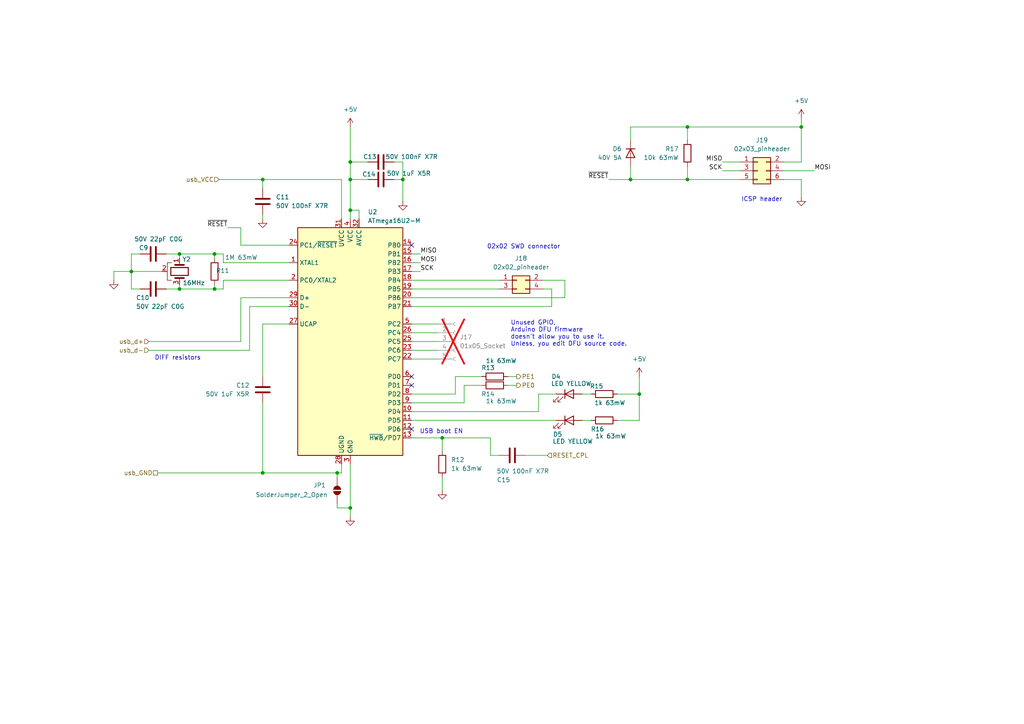
<source format=kicad_sch>
(kicad_sch (version 20250114) (generator "eeschema") (generator_version "9.0")
  (paper "A4")
  (title_block (title "Fontys adaptive robotics AGV platform.") (date "2025-03-01") (rev "V1.0") (company "Mete Han Keskin") (comment 1 "MIT License. Copyright (c) 2025 kestech.net"))
  (lib_symbols
    (symbol "Connector:Conn_01x05_Socket" (pin_names (offset 1.016) (hide yes))
      (property "Reference" "J" (at 0 7.62 0))
      (property "Value" "Conn_01x05_Socket" (at 0 -7.62 0))
      (symbol "Conn_01x05_Socket_1_1"
        (polyline (pts (xy -1.27 5.08) (xy -0.508 5.08)) (stroke (width 0.1524)))
        (polyline (pts (xy -1.27 2.54) (xy -0.508 2.54)) (stroke (width 0.1524)))
        (polyline (pts (xy -1.27 0) (xy -0.508 0)) (stroke (width 0.1524)))
        (polyline (pts (xy -1.27 -2.54) (xy -0.508 -2.54)) (stroke (width 0.1524)))
        (polyline (pts (xy -1.27 -5.08) (xy -0.508 -5.08)) (stroke (width 0.1524)))
        (arc (start 0 4.572) (mid -0.5058 5.08) (end 0 5.588) (stroke (width 0.1524)))
        (arc (start 0 2.032) (mid -0.5058 2.54) (end 0 3.048) (stroke (width 0.1524)))
        (arc (start 0 -0.508) (mid -0.5058 0) (end 0 0.508) (stroke (width 0.1524)))
        (arc (start 0 -3.048) (mid -0.5058 -2.54) (end 0 -2.032) (stroke (width 0.1524)))
        (arc (start 0 -5.588) (mid -0.5058 -5.08) (end 0 -4.572) (stroke (width 0.1524)))
        (pin passive line (at -5.08 5.08 0) (length 3.81) (name "Pin_1") (number "1"))
        (pin passive line (at -5.08 2.54 0) (length 3.81) (name "Pin_2") (number "2"))
        (pin passive line (at -5.08 0 0) (length 3.81) (name "Pin_3") (number "3"))
        (pin passive line (at -5.08 -2.54 0) (length 3.81) (name "Pin_4") (number "4"))
        (pin passive line (at -5.08 -5.08 0) (length 3.81) (name "Pin_5") (number "5"))
      )
    )
    (symbol "Connector_Generic:Conn_02x02_Odd_Even" (pin_names (offset 1.016) (hide yes))
      (property "Reference" "J" (at 1.27 2.54 0))
      (property "Value" "Conn_02x02_Odd_Even" (at 1.27 -5.08 0))
      (symbol "Conn_02x02_Odd_Even_1_1"
        (rectangle (start -1.27 1.27) (end 3.81 -3.81) (stroke (width 0.254)) (fill (type background)))
        (rectangle (start -1.27 0.127) (end 0 -0.127) (stroke (width 0.1524)))
        (rectangle (start -1.27 -2.413) (end 0 -2.667) (stroke (width 0.1524)))
        (rectangle (start 3.81 0.127) (end 2.54 -0.127) (stroke (width 0.1524)))
        (rectangle (start 3.81 -2.413) (end 2.54 -2.667) (stroke (width 0.1524)))
        (pin passive line (at -5.08 0 0) (length 3.81) (name "Pin_1") (number "1"))
        (pin passive line (at -5.08 -2.54 0) (length 3.81) (name "Pin_3") (number "3"))
        (pin passive line (at 7.62 0 180) (length 3.81) (name "Pin_2") (number "2"))
        (pin passive line (at 7.62 -2.54 180) (length 3.81) (name "Pin_4") (number "4"))
      )
    )
    (symbol "Connector_Generic:Conn_02x03_Odd_Even" (pin_names (offset 1.016) (hide yes))
      (property "Reference" "J" (at 1.27 5.08 0))
      (property "Value" "Conn_02x03_Odd_Even" (at 1.27 -5.08 0))
      (symbol "Conn_02x03_Odd_Even_1_1"
        (rectangle (start -1.27 3.81) (end 3.81 -3.81) (stroke (width 0.254)) (fill (type background)))
        (rectangle (start -1.27 2.667) (end 0 2.413) (stroke (width 0.1524)))
        (rectangle (start -1.27 0.127) (end 0 -0.127) (stroke (width 0.1524)))
        (rectangle (start -1.27 -2.413) (end 0 -2.667) (stroke (width 0.1524)))
        (rectangle (start 3.81 2.667) (end 2.54 2.413) (stroke (width 0.1524)))
        (rectangle (start 3.81 0.127) (end 2.54 -0.127) (stroke (width 0.1524)))
        (rectangle (start 3.81 -2.413) (end 2.54 -2.667) (stroke (width 0.1524)))
        (pin passive line (at -5.08 2.54 0) (length 3.81) (name "Pin_1") (number "1"))
        (pin passive line (at -5.08 0 0) (length 3.81) (name "Pin_3") (number "3"))
        (pin passive line (at -5.08 -2.54 0) (length 3.81) (name "Pin_5") (number "5"))
        (pin passive line (at 7.62 2.54 180) (length 3.81) (name "Pin_2") (number "2"))
        (pin passive line (at 7.62 0 180) (length 3.81) (name "Pin_4") (number "4"))
        (pin passive line (at 7.62 -2.54 180) (length 3.81) (name "Pin_6") (number "6"))
      )
    )
    (symbol "Device:C" (pin_numbers (hide yes)) (pin_names (offset 0.254))
      (property "Reference" "C" (at 0.635 2.54 0))
      (property "Value" "C" (at 0.635 -2.54 0))
      (symbol "C_0_1"
        (polyline (pts (xy -2.032 0.762) (xy 2.032 0.762)) (stroke (width 0.508)))
        (polyline (pts (xy -2.032 -0.762) (xy 2.032 -0.762)) (stroke (width 0.508)))
      )
      (symbol "C_1_1"
        (pin passive line (at 0 3.81 270) (length 2.794) (name "~") (number "1"))
        (pin passive line (at 0 -3.81 90) (length 2.794) (name "~") (number "2"))
      )
    )
    (symbol "Device:Crystal_GND2" (pin_names (offset 1.016) (hide yes))
      (property "Reference" "Y" (at 0 5.715 0))
      (property "Value" "Crystal_GND2" (at 0 3.81 0))
      (symbol "Crystal_GND2_0_1"
        (polyline (pts (xy -2.54 0) (xy -1.905 0)))
        (polyline (pts (xy -2.54 -2.286) (xy -2.54 -3.556) (xy 2.54 -3.556) (xy 2.54 -2.286)))
        (polyline (pts (xy -1.905 -1.27) (xy -1.905 1.27)) (stroke (width 0.508)))
        (rectangle (start -1.143 2.54) (end 1.143 -2.54) (stroke (width 0.3048)))
        (polyline (pts (xy 0 -3.81) (xy 0 -3.556)))
        (polyline (pts (xy 1.905 1.27) (xy 1.905 -1.27)) (stroke (width 0.508)))
        (polyline (pts (xy 1.905 0) (xy 2.54 0)))
      )
      (symbol "Crystal_GND2_1_1"
        (pin passive line (at -3.81 0 0) (length 1.27) (name "1") (number "1"))
        (pin passive line (at 0 -5.08 90) (length 1.27) (name "2") (number "2"))
        (pin passive line (at 3.81 0 180) (length 1.27) (name "3") (number "3"))
      )
    )
    (symbol "Device:D" (pin_numbers (hide yes)) (pin_names (offset 1.016) (hide yes))
      (property "Reference" "D" (at 0 2.54 0))
      (property "Value" "D" (at 0 -2.54 0))
      (symbol "D_0_1"
        (polyline (pts (xy -1.27 1.27) (xy -1.27 -1.27)) (stroke (width 0.254)))
        (polyline (pts (xy 1.27 1.27) (xy 1.27 -1.27) (xy -1.27 0) (xy 1.27 1.27)) (stroke (width 0.254)))
        (polyline (pts (xy 1.27 0) (xy -1.27 0)))
      )
      (symbol "D_1_1"
        (pin passive line (at -3.81 0 0) (length 2.54) (name "K") (number "1"))
        (pin passive line (at 3.81 0 180) (length 2.54) (name "A") (number "2"))
      )
    )
    (symbol "Device:LED" (pin_numbers (hide yes)) (pin_names (offset 1.016) (hide yes))
      (property "Reference" "D" (at 0 2.54 0))
      (property "Value" "LED" (at 0 -2.54 0))
      (symbol "LED_0_1"
        (polyline (pts (xy -3.048 -0.762) (xy -4.572 -2.286) (xy -3.81 -2.286) (xy -4.572 -2.286) (xy -4.572 -1.524)))
        (polyline (pts (xy -1.778 -0.762) (xy -3.302 -2.286) (xy -2.54 -2.286) (xy -3.302 -2.286) (xy -3.302 -1.524)))
        (polyline (pts (xy -1.27 0) (xy 1.27 0)))
        (polyline (pts (xy -1.27 -1.27) (xy -1.27 1.27)) (stroke (width 0.254)))
        (polyline (pts (xy 1.27 -1.27) (xy 1.27 1.27) (xy -1.27 0) (xy 1.27 -1.27)) (stroke (width 0.254)))
      )
      (symbol "LED_1_1"
        (pin passive line (at -3.81 0 0) (length 2.54) (name "K") (number "1"))
        (pin passive line (at 3.81 0 180) (length 2.54) (name "A") (number "2"))
      )
    )
    (symbol "Device:R" (pin_numbers (hide yes)) (pin_names (offset 0))
      (property "Reference" "R" (at 2.032 0 90))
      (property "Value" "R" (at 0 0 90))
      (symbol "R_0_1"
        (rectangle (start -1.016 -2.54) (end 1.016 2.54) (stroke (width 0.254)))
      )
      (symbol "R_1_1"
        (pin passive line (at 0 3.81 270) (length 1.27) (name "~") (number "1"))
        (pin passive line (at 0 -3.81 90) (length 1.27) (name "~") (number "2"))
      )
    )
    (symbol "Jumper:SolderJumper_2_Open" (pin_numbers (hide yes)) (pin_names (offset 0) (hide yes)) (exclude_from_sim yes) (in_bom no)
      (property "Reference" "JP" (at 0 2.032 0))
      (property "Value" "SolderJumper_2_Open" (at 0 -2.54 0))
      (symbol "SolderJumper_2_Open_0_1"
        (polyline (pts (xy -0.254 1.016) (xy -0.254 -1.016)))
        (arc (start -0.254 -1.016) (mid -1.2656 0) (end -0.254 1.016))
        (arc (start -0.254 -1.016) (mid -1.2656 0) (end -0.254 1.016) (fill (type outline)))
        (arc (start 0.254 1.016) (mid 1.2656 0) (end 0.254 -1.016))
        (arc (start 0.254 1.016) (mid 1.2656 0) (end 0.254 -1.016) (fill (type outline)))
        (polyline (pts (xy 0.254 1.016) (xy 0.254 -1.016)))
      )
      (symbol "SolderJumper_2_Open_1_1"
        (pin passive line (at -3.81 0 0) (length 2.54) (name "A") (number "1"))
        (pin passive line (at 3.81 0 180) (length 2.54) (name "B") (number "2"))
      )
    )
    (symbol "MCU_Microchip_ATmega:ATmega16U2-M"
      (property "Reference" "U" (at -15.24 34.29 0))
      (property "Value" "ATmega16U2-M" (at 2.54 -34.29 0))
      (symbol "ATmega16U2-M_0_1"
        (rectangle (start -15.24 -33.02) (end 15.24 33.02) (stroke (width 0.254)) (fill (type background)))
      )
      (symbol "ATmega16U2-M_1_1"
        (pin bidirectional line (at -17.78 27.94 0) (length 2.54) (name "PC1/~{RESET}") (number "24"))
        (pin input line (at -17.78 22.86 0) (length 2.54) (name "XTAL1") (number "1"))
        (pin bidirectional line (at -17.78 17.78 0) (length 2.54) (name "PC0/XTAL2") (number "2"))
        (pin bidirectional line (at -17.78 12.7 0) (length 2.54) (name "D+") (number "29"))
        (pin bidirectional line (at -17.78 10.16 0) (length 2.54) (name "D-") (number "30"))
        (pin passive line (at -17.78 5.08 0) (length 2.54) (name "UCAP") (number "27"))
        (pin power_in line (at -2.54 35.56 270) (length 2.54) (name "UVCC") (number "31"))
        (pin power_in line (at -2.54 -35.56 90) (length 2.54) (name "UGND") (number "28"))
        (pin power_in line (at 0 35.56 270) (length 2.54) (name "VCC") (number "4"))
        (pin power_in line (at 0 -35.56 90) (length 2.54) (name "GND") (number "3"))
        (pin passive line (at 0 -35.56 90) (length 2.54) (hide yes) (name "GND") (number "33"))
        (pin power_in line (at 2.54 35.56 270) (length 2.54) (name "AVCC") (number "32"))
        (pin bidirectional line (at 17.78 27.94 180) (length 2.54) (name "PB0") (number "14"))
        (pin bidirectional line (at 17.78 25.4 180) (length 2.54) (name "PB1") (number "15"))
        (pin bidirectional line (at 17.78 22.86 180) (length 2.54) (name "PB2") (number "16"))
        (pin bidirectional line (at 17.78 20.32 180) (length 2.54) (name "PB3") (number "17"))
        (pin bidirectional line (at 17.78 17.78 180) (length 2.54) (name "PB4") (number "18"))
        (pin bidirectional line (at 17.78 15.24 180) (length 2.54) (name "PB5") (number "19"))
        (pin bidirectional line (at 17.78 12.7 180) (length 2.54) (name "PB6") (number "20"))
        (pin bidirectional line (at 17.78 10.16 180) (length 2.54) (name "PB7") (number "21"))
        (pin bidirectional line (at 17.78 5.08 180) (length 2.54) (name "PC2") (number "5"))
        (pin bidirectional line (at 17.78 2.54 180) (length 2.54) (name "PC4") (number "26"))
        (pin bidirectional line (at 17.78 0 180) (length 2.54) (name "PC5") (number "25"))
        (pin bidirectional line (at 17.78 -2.54 180) (length 2.54) (name "PC6") (number "23"))
        (pin bidirectional line (at 17.78 -5.08 180) (length 2.54) (name "PC7") (number "22"))
        (pin bidirectional line (at 17.78 -10.16 180) (length 2.54) (name "PD0") (number "6"))
        (pin bidirectional line (at 17.78 -12.7 180) (length 2.54) (name "PD1") (number "7"))
        (pin bidirectional line (at 17.78 -15.24 180) (length 2.54) (name "PD2") (number "8"))
        (pin bidirectional line (at 17.78 -17.78 180) (length 2.54) (name "PD3") (number "9"))
        (pin bidirectional line (at 17.78 -20.32 180) (length 2.54) (name "PD4") (number "10"))
        (pin bidirectional line (at 17.78 -22.86 180) (length 2.54) (name "PD5") (number "11"))
        (pin bidirectional line (at 17.78 -25.4 180) (length 2.54) (name "PD6") (number "12"))
        (pin bidirectional line (at 17.78 -27.94 180) (length 2.54) (name "~{HWB}/PD7") (number "13"))
      )
    )
    (symbol "power:+5V" (power) (pin_numbers (hide yes)) (pin_names (offset 0) (hide yes))
      (property "Value" "+5V" (at 0 3.556 0))
      (symbol "+5V_0_1"
        (polyline (pts (xy -0.762 1.27) (xy 0 2.54)))
        (polyline (pts (xy 0 2.54) (xy 0.762 1.27)))
        (polyline (pts (xy 0 0) (xy 0 2.54)))
      )
      (symbol "+5V_1_1"
        (pin power_in line (at 0 0 90) (length 0) (name "~") (number "1"))
      )
    )
    (symbol "power:GND" (power) (pin_numbers (hide yes)) (pin_names (offset 0) (hide yes))
      (property "Value" "GND" (at 0 -3.81 0))
      (symbol "GND_0_1"
        (polyline (pts (xy 0 0) (xy 0 -1.27) (xy 1.27 -1.27) (xy 0 -2.54) (xy -1.27 -1.27) (xy 0 -1.27)))
      )
      (symbol "GND_1_1"
        (pin power_in line (at 0 0 270) (length 0) (name "~") (number "1"))
      )
    )
  )
  (text "02x02 SWD connector\n" (at 151.892 71.628 0) (effects (font (size 1.27 1.27))))
  (text "USB boot EN" (at 128.016 125.222 0) (effects (font (size 1.27 1.27))))
  (text "DIFF resistors\n" (at 51.562 103.886 0) (effects (font (size 1.27 1.27))))
  (text "ICSP header" (at 220.98 57.912 0) (effects (font (size 1.27 1.27))))
  (text "Unused GPIO,\nArduino DFU firmware \ndoesn't allow you to use it.\nUnless, you edit DFU source code." (at 148.082 96.774 0) (effects (font (size 1.27 1.27)) (justify left)))
  (junction (at 199.39 36.83))
  (junction (at 185.42 114.3))
  (junction (at 101.6 60.96))
  (junction (at 101.6 147.32))
  (junction (at 199.39 52.07))
  (junction (at 38.1 78.74))
  (junction (at 62.23 83.82))
  (junction (at 116.84 52.07))
  (junction (at 97.79 137.16))
  (junction (at 76.2 137.16))
  (junction (at 128.27 127))
  (junction (at 101.6 52.07))
  (junction (at 52.07 83.82))
  (junction (at 52.07 73.66))
  (junction (at 232.41 36.83))
  (junction (at 76.2 52.07))
  (junction (at 62.23 73.66))
  (junction (at 182.88 52.07))
  (junction (at 101.6 46.99))
  (no_connect (at 119.38 111.76))
  (no_connect (at 119.38 71.12))
  (no_connect (at 119.38 109.22))
  (no_connect (at 119.38 124.46))
  (wire (pts (xy 199.39 48.26) (xy 199.39 52.07)))
  (wire (pts (xy 142.24 132.08) (xy 142.24 127)))
  (wire (pts (xy 119.38 121.92) (xy 161.29 121.92)))
  (wire (pts (xy 52.07 83.82) (xy 52.07 82.55)))
  (wire (pts (xy 38.1 83.82) (xy 38.1 78.74)))
  (wire (pts (xy 69.85 71.12) (xy 83.82 71.12)))
  (wire (pts (xy 52.07 73.66) (xy 52.07 74.93)))
  (wire (pts (xy 69.85 86.36) (xy 69.85 99.06)))
  (wire (pts (xy 38.1 73.66) (xy 38.1 78.74)))
  (wire (pts (xy 160.02 88.9) (xy 160.02 83.82)))
  (wire (pts (xy 119.38 81.28) (xy 144.78 81.28)))
  (wire (pts (xy 76.2 52.07) (xy 76.2 54.61)))
  (wire (pts (xy 64.77 83.82) (xy 62.23 83.82)))
  (wire (pts (xy 144.78 132.08) (xy 142.24 132.08)))
  (wire (pts (xy 127 93.98) (xy 119.38 93.98)))
  (wire (pts (xy 182.88 52.07) (xy 199.39 52.07)))
  (wire (pts (xy 134.62 111.76) (xy 139.7 111.76)))
  (wire (pts (xy 62.23 83.82) (xy 52.07 83.82)))
  (wire (pts (xy 48.26 83.82) (xy 52.07 83.82)))
  (wire (pts (xy 119.38 127) (xy 128.27 127)))
  (wire (pts (xy 33.02 78.74) (xy 38.1 78.74)))
  (wire (pts (xy 163.83 81.28) (xy 157.48 81.28)))
  (wire (pts (xy 182.88 36.83) (xy 199.39 36.83)))
  (wire (pts (xy 97.79 138.43) (xy 97.79 137.16)))
  (wire (pts (xy 64.77 76.2) (xy 83.82 76.2)))
  (wire (pts (xy 116.84 52.07) (xy 116.84 58.42)))
  (wire (pts (xy 160.02 83.82) (xy 157.48 83.82)))
  (wire (pts (xy 101.6 46.99) (xy 101.6 52.07)))
  (wire (pts (xy 76.2 93.98) (xy 83.82 93.98)))
  (wire (pts (xy 64.77 73.66) (xy 64.77 76.2)))
  (wire (pts (xy 127 104.14) (xy 119.38 104.14)))
  (wire (pts (xy 232.41 52.07) (xy 232.41 57.15)))
  (wire (pts (xy 101.6 46.99) (xy 106.68 46.99)))
  (wire (pts (xy 38.1 78.74) (xy 46.99 78.74)))
  (wire (pts (xy 119.38 76.2) (xy 121.92 76.2)))
  (wire (pts (xy 43.18 99.06) (xy 69.85 99.06)))
  (wire (pts (xy 199.39 36.83) (xy 232.41 36.83)))
  (wire (pts (xy 127 96.52) (xy 119.38 96.52)))
  (wire (pts (xy 101.6 147.32) (xy 101.6 149.86)))
  (wire (pts (xy 147.32 109.22) (xy 149.86 109.22)))
  (wire (pts (xy 199.39 52.07) (xy 214.63 52.07)))
  (wire (pts (xy 106.68 52.07) (xy 101.6 52.07)))
  (wire (pts (xy 114.3 52.07) (xy 116.84 52.07)))
  (wire (pts (xy 48.26 73.66) (xy 52.07 73.66)))
  (wire (pts (xy 119.38 119.38) (xy 156.21 119.38)))
  (wire (pts (xy 64.77 81.28) (xy 64.77 83.82)))
  (wire (pts (xy 43.18 101.6) (xy 72.39 101.6)))
  (wire (pts (xy 99.06 137.16) (xy 99.06 134.62)))
  (wire (pts (xy 101.6 60.96) (xy 101.6 63.5)))
  (wire (pts (xy 69.85 66.04) (xy 69.85 71.12)))
  (wire (pts (xy 163.83 86.36) (xy 163.83 81.28)))
  (wire (pts (xy 76.2 109.22) (xy 76.2 93.98)))
  (wire (pts (xy 168.91 121.92) (xy 171.45 121.92)))
  (wire (pts (xy 199.39 40.64) (xy 199.39 36.83)))
  (wire (pts (xy 45.72 137.16) (xy 76.2 137.16)))
  (wire (pts (xy 152.4 132.08) (xy 158.75 132.08)))
  (wire (pts (xy 209.55 49.53) (xy 214.63 49.53)))
  (wire (pts (xy 182.88 40.64) (xy 182.88 36.83)))
  (wire (pts (xy 62.23 73.66) (xy 64.77 73.66)))
  (wire (pts (xy 132.08 114.3) (xy 132.08 109.22)))
  (wire (pts (xy 97.79 147.32) (xy 101.6 147.32)))
  (wire (pts (xy 156.21 119.38) (xy 156.21 114.3)))
  (wire (pts (xy 101.6 134.62) (xy 101.6 147.32)))
  (wire (pts (xy 179.07 114.3) (xy 185.42 114.3)))
  (wire (pts (xy 185.42 114.3) (xy 185.42 109.22)))
  (wire (pts (xy 227.33 49.53) (xy 236.22 49.53)))
  (wire (pts (xy 97.79 137.16) (xy 99.06 137.16)))
  (wire (pts (xy 134.62 116.84) (xy 134.62 111.76)))
  (wire (pts (xy 119.38 86.36) (xy 163.83 86.36)))
  (wire (pts (xy 83.82 81.28) (xy 64.77 81.28)))
  (wire (pts (xy 101.6 36.83) (xy 101.6 46.99)))
  (wire (pts (xy 127 99.06) (xy 119.38 99.06)))
  (wire (pts (xy 119.38 114.3) (xy 132.08 114.3)))
  (wire (pts (xy 119.38 73.66) (xy 121.92 73.66)))
  (wire (pts (xy 132.08 109.22) (xy 139.7 109.22)))
  (wire (pts (xy 119.38 83.82) (xy 144.78 83.82)))
  (wire (pts (xy 232.41 36.83) (xy 232.41 46.99)))
  (wire (pts (xy 142.24 127) (xy 128.27 127)))
  (wire (pts (xy 176.53 52.07) (xy 182.88 52.07)))
  (wire (pts (xy 76.2 137.16) (xy 97.79 137.16)))
  (wire (pts (xy 114.3 46.99) (xy 116.84 46.99)))
  (wire (pts (xy 104.14 60.96) (xy 104.14 63.5)))
  (wire (pts (xy 101.6 52.07) (xy 101.6 60.96)))
  (wire (pts (xy 119.38 78.74) (xy 121.92 78.74)))
  (wire (pts (xy 227.33 52.07) (xy 232.41 52.07)))
  (wire (pts (xy 83.82 86.36) (xy 69.85 86.36)))
  (wire (pts (xy 147.32 111.76) (xy 149.86 111.76)))
  (wire (pts (xy 40.64 73.66) (xy 38.1 73.66)))
  (wire (pts (xy 62.23 74.93) (xy 62.23 73.66)))
  (wire (pts (xy 209.55 46.99) (xy 214.63 46.99)))
  (wire (pts (xy 63.5 52.07) (xy 76.2 52.07)))
  (wire (pts (xy 227.33 46.99) (xy 232.41 46.99)))
  (wire (pts (xy 66.04 66.04) (xy 69.85 66.04)))
  (wire (pts (xy 101.6 60.96) (xy 104.14 60.96)))
  (wire (pts (xy 168.91 114.3) (xy 171.45 114.3)))
  (wire (pts (xy 33.02 81.28) (xy 33.02 78.74)))
  (wire (pts (xy 83.82 88.9) (xy 72.39 88.9)))
  (wire (pts (xy 128.27 127) (xy 128.27 130.81)))
  (wire (pts (xy 62.23 82.55) (xy 62.23 83.82)))
  (wire (pts (xy 119.38 116.84) (xy 134.62 116.84)))
  (wire (pts (xy 185.42 121.92) (xy 185.42 114.3)))
  (wire (pts (xy 156.21 114.3) (xy 161.29 114.3)))
  (wire (pts (xy 76.2 52.07) (xy 99.06 52.07)))
  (wire (pts (xy 97.79 146.05) (xy 97.79 147.32)))
  (wire (pts (xy 72.39 88.9) (xy 72.39 101.6)))
  (wire (pts (xy 40.64 83.82) (xy 38.1 83.82)))
  (wire (pts (xy 179.07 121.92) (xy 185.42 121.92)))
  (wire (pts (xy 182.88 48.26) (xy 182.88 52.07)))
  (wire (pts (xy 127 101.6) (xy 119.38 101.6)))
  (wire (pts (xy 232.41 34.29) (xy 232.41 36.83)))
  (wire (pts (xy 76.2 116.84) (xy 76.2 137.16)))
  (wire (pts (xy 62.23 73.66) (xy 52.07 73.66)))
  (wire (pts (xy 128.27 138.43) (xy 128.27 142.24)))
  (wire (pts (xy 119.38 88.9) (xy 160.02 88.9)))
  (wire (pts (xy 116.84 46.99) (xy 116.84 52.07)))
  (wire (pts (xy 76.2 62.23) (xy 76.2 63.5)))
  (wire (pts (xy 99.06 52.07) (xy 99.06 63.5)))
  (label "MISO" (at 121.92 73.66 0))
  (label "MISO" (at 209.55 46.99 180))
  (label "~{RESET}" (at 176.53 52.07 180))
  (label "~{RESET}" (at 66.04 66.04 180))
  (label "MOSI" (at 236.22 49.53 0))
  (label "SCK" (at 121.92 78.74 0))
  (label "MOSI" (at 121.92 76.2 0))
  (label "SCK" (at 209.55 49.53 180))
  (hierarchical_label "PE0" (shape output) (at 149.86 111.76 0))
  (hierarchical_label "RESET_CPL" (shape input) (at 158.75 132.08 0))
  (hierarchical_label "PE1" (shape output) (at 149.86 109.22 0))
  (hierarchical_label "usb_VCC" (shape input) (at 63.5 52.07 180))
  (hierarchical_label "usb_GND" (shape passive) (at 45.72 137.16 180))
  (hierarchical_label "usb_d+" (shape input) (at 43.18 99.06 180))
  (hierarchical_label "usb_d-" (shape input) (at 43.18 101.6 180))
  (symbol (lib_id "Device:D") (at 182.88 44.45 90) (mirror x) (unit 1)
    (property "Reference" "D6" (at 180.34 43.1799 90) (effects (justify left)))
    (property "Value" "40V 5A" (at 180.34 45.7199 90) (effects (justify left)))
    (property "Footprint" "Diode_SMD:D_SMA" (effects (hide yes)))
    (property "Datasheet" "https://jlcpcb.com/api/file/downloadByFileSystemAccessId/8579707587489042432" (effects (hide yes)))
    (property "Description" "Diode" (effects (hide yes)))
    (property "Sim.Device" "D" (effects (hide yes)))
    (property "Sim.Pins" "1=K 2=A" (effects (hide yes)))
    (property "JLCPCB" "C22452" (effects (hide yes)))
  )
  (symbol (lib_id "Device:C") (at 76.2 58.42 0) (unit 1)
    (property "Reference" "C11" (at 80.01 57.1499 0) (effects (justify left)))
    (property "Value" "50V 100nF X7R" (at 80.01 59.6899 0) (effects (justify left)))
    (property "Footprint" "Capacitor_SMD:C_0603_1608Metric" (effects (hide yes)))
    (property "Datasheet" "https://jlcpcb.com/api/file/downloadByFileSystemAccessId/8579707083955945472" (effects (hide yes)))
    (property "Description" "Unpolarized capacitor" (effects (hide yes)))
    (property "JLCPCB" "C14663" (effects (hide yes)))
  )
  (symbol (lib_id "Connector:Conn_01x05_Socket") (at 132.08 99.06 0) (unit 1) (exclude_from_sim yes) (in_bom no) (dnp yes)
    (property "Reference" "J17" (at 133.35 97.7899 0) (effects (justify left)))
    (property "Value" "01x05_Socket" (at 133.35 100.3299 0) (effects (justify left)))
    (property "Footprint" "Connector_PinSocket_2.54mm:PinSocket_1x05_P2.54mm_Vertical" (effects (hide yes)))
    (property "Description" "Generic connector, single row, 01x05, script generated" (effects (hide yes)))
  )
  (symbol (lib_id "Device:R") (at 143.51 111.76 270) (mirror x) (unit 1)
    (property "Reference" "R14" (at 143.51 114.3 90) (effects (justify right)))
    (property "Value" "1k 63mW" (at 149.86 116.332 90) (effects (justify right)))
    (property "Footprint" "Resistor_SMD:R_0402_1005Metric" (effects (hide yes)))
    (property "Description" "Resistor" (effects (hide yes)))
    (property "JLCPCB" "C11702" (effects (hide yes)))
  )
  (symbol (lib_id "Device:R") (at 128.27 134.62 0) (mirror y) (unit 1)
    (property "Reference" "R12" (at 130.81 133.3499 0) (effects (justify right)))
    (property "Value" "1k 63mW" (at 130.81 135.8899 0) (effects (justify right)))
    (property "Footprint" "Resistor_SMD:R_0402_1005Metric" (effects (hide yes)))
    (property "Description" "Resistor" (effects (hide yes)))
    (property "JLCPCB" "C11702" (effects (hide yes)))
  )
  (symbol (lib_id "Device:Crystal_GND2") (at 52.07 78.74 270) (unit 1)
    (property "Reference" "Y2" (at 55.372 75.184 90) (effects (justify right)))
    (property "Value" "16MHz" (at 59.436 82.042 90) (effects (justify right)))
    (property "Footprint" "Crystal:Resonator_SMD_Murata_CSTxExxV-3Pin_3.0x1.1mm" (effects (hide yes)))
    (property "Description" "Three pin crystal, GND on pin 2" (effects (hide yes)))
    (property "JLCPCB" "C783275" (effects (hide yes)))
  )
  (symbol (lib_id "Connector_Generic:Conn_02x02_Odd_Even") (at 149.86 81.28 0) (unit 1)
    (property "Reference" "J18" (at 151.13 74.93 0))
    (property "Value" "02x02_pinheader" (at 151.13 77.47 0))
    (property "Description" "Generic connector, double row, 02x02, odd/even pin numbering scheme (row 1 odd numbers, row 2 even numbers), script generated (kicad-library-utils/schlib/autogen/connector/)" (effects (hide yes)))
  )
  (symbol (lib_id "power:GND") (at 76.2 63.5 0) (unit 1)
    (property "Reference" "#PWR053" (effects (hide yes)))
    (property "Value" "GND" (effects (hide yes)))
    (property "Description" "Power symbol creates a global label with name \"GND\" , ground" (effects (hide yes)))
  )
  (symbol (lib_id "Device:LED") (at 165.1 121.92 0) (unit 1)
    (property "Reference" "D5" (at 161.7345 125.984 0))
    (property "Value" "LED YELLOW" (at 166.116 128.016 0))
    (property "Footprint" "LED_SMD:LED_0603_1608Metric" (effects (hide yes)))
    (property "Description" "Light emitting diode" (effects (hide yes)))
    (property "Sim.Pins" "1=K 2=A" (effects (hide yes)))
    (property "JLCPCB" "C72038" (effects (hide yes)))
  )
  (symbol (lib_id "power:GND") (at 116.84 58.42 0) (unit 1)
    (property "Reference" "#PWR056" (effects (hide yes)))
    (property "Value" "GND" (effects (hide yes)))
    (property "Description" "Power symbol creates a global label with name \"GND\" , ground" (effects (hide yes)))
  )
  (symbol (lib_id "Connector_Generic:Conn_02x03_Odd_Even") (at 219.71 49.53 0) (unit 1)
    (property "Reference" "J19" (at 220.98 40.64 0))
    (property "Value" "02x03_pinheader" (at 220.98 43.18 0))
    (property "Footprint" "Connector_PinHeader_2.54mm:PinHeader_2x03_P2.54mm_Vertical" (effects (hide yes)))
    (property "Description" "Generic connector, double row, 02x03, odd/even pin numbering scheme (row 1 odd numbers, row 2 even numbers), script generated (kicad-library-utils/schlib/autogen/connector/)" (effects (hide yes)))
  )
  (symbol (lib_id "power:+5V") (at 185.42 109.22 0) (unit 1)
    (property "Reference" "#PWR058" (effects (hide yes)))
    (property "Value" "+5V" (at 185.42 104.14 0))
    (property "Description" "Power symbol creates a global label with name \"+5V\"" (effects (hide yes)))
  )
  (symbol (lib_id "Device:C") (at 110.49 46.99 90) (unit 1)
    (property "Reference" "C13" (at 109.22 45.466 90) (effects (justify left)))
    (property "Value" "50V 100nF X7R" (at 127 45.466 90) (effects (justify left)))
    (property "Footprint" "Capacitor_SMD:C_0603_1608Metric" (effects (hide yes)))
    (property "Datasheet" "https://jlcpcb.com/api/file/downloadByFileSystemAccessId/8579707083955945472" (effects (hide yes)))
    (property "Description" "Unpolarized capacitor" (effects (hide yes)))
    (property "JLCPCB" "C14663" (effects (hide yes)))
  )
  (symbol (lib_id "Jumper:SolderJumper_2_Open") (at 97.79 142.24 90) (unit 1) (exclude_from_sim yes) (in_bom no)
    (property "Reference" "JP1" (at 92.71 140.716 90))
    (property "Value" "SolderJumper_2_Open" (at 84.582 143.51 90))
    (property "Footprint" "Jumper:SolderJumper-2_P1.3mm_Open_RoundedPad1.0x1.5mm" (effects (hide yes)))
    (property "Description" "Solder Jumper, 2-pole, open" (effects (hide yes)))
  )
  (symbol (lib_id "power:GND") (at 232.41 57.15 0) (unit 1)
    (property "Reference" "#PWR060" (effects (hide yes)))
    (property "Value" "GND" (effects (hide yes)))
    (property "Description" "Power symbol creates a global label with name \"GND\" , ground" (effects (hide yes)))
  )
  (symbol (lib_id "Device:C") (at 44.45 73.66 90) (unit 1)
    (property "Reference" "C9" (at 41.656 71.882 90))
    (property "Value" "50V 22pF C0G" (at 45.974 69.342 90))
    (property "Footprint" "Capacitor_SMD:C_0402_1005Metric" (effects (hide yes)))
    (property "Datasheet" "https://jlcpcb.com/api/file/downloadByFileSystemAccessId/8579707297419231232" (effects (hide yes)))
    (property "Description" "Unpolarized capacitor" (effects (hide yes)))
    (property "JLCPCB" "C1555" (effects (hide yes)))
  )
  (symbol (lib_id "power:GND") (at 33.02 81.28 0) (unit 1)
    (property "Reference" "#PWR052" (effects (hide yes)))
    (property "Value" "GND" (effects (hide yes)))
    (property "Description" "Power symbol creates a global label with name \"GND\" , ground" (effects (hide yes)))
  )
  (symbol (lib_id "Device:C") (at 110.49 52.07 90) (unit 1)
    (property "Reference" "C14" (at 108.966 50.546 90) (effects (justify left)))
    (property "Value" "50V 1uF X5R" (at 124.968 50.292 90) (effects (justify left)))
    (property "Footprint" "Capacitor_SMD:C_0603_1608Metric" (effects (hide yes)))
    (property "Datasheet" "https://jlcpcb.com/api/file/downloadByFileSystemAccessId/8556213788459761664" (effects (hide yes)))
    (property "Description" "Unpolarized capacitor" (effects (hide yes)))
    (property "JLCPCB" "C15849" (effects (hide yes)))
  )
  (symbol (lib_id "Device:C") (at 76.2 113.03 0) (mirror y) (unit 1)
    (property "Reference" "C12" (at 72.39 111.7599 0) (effects (justify left)))
    (property "Value" "50V 1uF X5R" (at 72.39 114.2999 0) (effects (justify left)))
    (property "Footprint" "Capacitor_SMD:C_0603_1608Metric" (effects (hide yes)))
    (property "Datasheet" "https://jlcpcb.com/api/file/downloadByFileSystemAccessId/8556213788459761664" (effects (hide yes)))
    (property "Description" "Unpolarized capacitor" (effects (hide yes)))
    (property "JLCPCB" "C15849" (effects (hide yes)))
  )
  (symbol (lib_id "Device:R") (at 143.51 109.22 270) (unit 1)
    (property "Reference" "R13" (at 143.51 106.68 90) (effects (justify right)))
    (property "Value" "1k 63mW" (at 149.86 104.648 90) (effects (justify right)))
    (property "Footprint" "Resistor_SMD:R_0402_1005Metric" (effects (hide yes)))
    (property "Description" "Resistor" (effects (hide yes)))
    (property "JLCPCB" "C11702" (effects (hide yes)))
  )
  (symbol (lib_id "Device:C") (at 44.45 83.82 90) (mirror x) (unit 1)
    (property "Reference" "C10" (at 41.402 86.36 90))
    (property "Value" "50V 22pF C0G" (at 46.482 88.9 90))
    (property "Footprint" "Capacitor_SMD:C_0402_1005Metric" (effects (hide yes)))
    (property "Datasheet" "https://jlcpcb.com/api/file/downloadByFileSystemAccessId/8579707297419231232" (effects (hide yes)))
    (property "Description" "Unpolarized capacitor" (effects (hide yes)))
    (property "JLCPCB" "C1555" (effects (hide yes)))
  )
  (symbol (lib_id "Device:R") (at 62.23 78.74 0) (mirror x) (unit 1)
    (property "Reference" "R11" (at 66.548 78.486 0) (effects (justify right)))
    (property "Value" "1M 63mW" (at 74.676 74.676 0) (effects (justify right)))
    (property "Footprint" "Resistor_SMD:R_0603_1608Metric" (effects (hide yes)))
    (property "Description" "Resistor" (effects (hide yes)))
  )
  (symbol (lib_id "power:GND") (at 101.6 149.86 0) (unit 1)
    (property "Reference" "#PWR055" (effects (hide yes)))
    (property "Value" "GND" (effects (hide yes)))
    (property "Description" "Power symbol creates a global label with name \"GND\" , ground" (effects (hide yes)))
  )
  (symbol (lib_id "power:+5V") (at 101.6 36.83 0) (unit 1)
    (property "Reference" "#PWR054" (effects (hide yes)))
    (property "Value" "+5V" (at 101.6 31.75 0))
    (property "Description" "Power symbol creates a global label with name \"+5V\"" (effects (hide yes)))
  )
  (symbol (lib_id "Device:LED") (at 165.1 114.3 0) (unit 1)
    (property "Reference" "D4" (at 161.29 109.22 0))
    (property "Value" "LED YELLOW" (at 165.6715 111.252 0))
    (property "Footprint" "LED_SMD:LED_0603_1608Metric" (effects (hide yes)))
    (property "Description" "Light emitting diode" (effects (hide yes)))
    (property "Sim.Pins" "1=K 2=A" (effects (hide yes)))
    (property "JLCPCB" "C72038" (effects (hide yes)))
  )
  (symbol (lib_id "Device:R") (at 199.39 44.45 0) (mirror x) (unit 1)
    (property "Reference" "R17" (at 196.85 43.1799 0) (effects (justify right)))
    (property "Value" "10k 63mW" (at 196.85 45.7199 0) (effects (justify right)))
    (property "Footprint" "Resistor_SMD:R_0402_1005Metric" (effects (hide yes)))
    (property "Datasheet" "https://jlcpcb.com/api/file/downloadByFileSystemAccessId/8556212101498380288" (effects (hide yes)))
    (property "Description" "Resistor" (effects (hide yes)))
    (property "JLCPCB" "C25744" (effects (hide yes)))
  )
  (symbol (lib_id "power:GND") (at 128.27 142.24 0) (unit 1)
    (property "Reference" "#PWR057" (effects (hide yes)))
    (property "Value" "GND" (effects (hide yes)))
    (property "Description" "Power symbol creates a global label with name \"GND\" , ground" (effects (hide yes)))
  )
  (symbol (lib_id "power:+5V") (at 232.41 34.29 0) (unit 1)
    (property "Reference" "#PWR059" (effects (hide yes)))
    (property "Value" "+5V" (at 232.41 29.21 0))
    (property "Description" "Power symbol creates a global label with name \"+5V\"" (effects (hide yes)))
  )
  (symbol (lib_id "Device:R") (at 175.26 114.3 270) (mirror x) (unit 1)
    (property "Reference" "R15" (at 175.006 112.014 90) (effects (justify right)))
    (property "Value" "1k 63mW" (at 181.356 116.84 90) (effects (justify right)))
    (property "Footprint" "Resistor_SMD:R_0402_1005Metric" (effects (hide yes)))
    (property "Description" "Resistor" (effects (hide yes)))
    (property "JLCPCB" "C11702" (effects (hide yes)))
  )
  (symbol (lib_id "Device:C") (at 148.59 132.08 90) (mirror x) (unit 1)
    (property "Reference" "C15" (at 146.05 139.192 90))
    (property "Value" "50V 100nF X7R" (at 151.638 136.652 90))
    (property "Footprint" "Capacitor_SMD:C_0603_1608Metric" (effects (hide yes)))
    (property "Datasheet" "https://jlcpcb.com/api/file/downloadByFileSystemAccessId/8579707083955945472" (effects (hide yes)))
    (property "Description" "Unpolarized capacitor" (effects (hide yes)))
    (property "JLCPCB" "C14663" (effects (hide yes)))
  )
  (symbol (lib_id "Device:R") (at 175.26 121.92 270) (mirror x) (unit 1)
    (property "Reference" "R16" (at 175.26 124.46 90) (effects (justify right)))
    (property "Value" "1k 63mW" (at 181.61 126.492 90) (effects (justify right)))
    (property "Footprint" "Resistor_SMD:R_0402_1005Metric" (effects (hide yes)))
    (property "Description" "Resistor" (effects (hide yes)))
    (property "JLCPCB" "C11702" (effects (hide yes)))
  )
  (symbol (lib_id "MCU_Microchip_ATmega:ATmega16U2-M") (at 101.6 99.06 0) (unit 1)
    (property "Reference" "U2" (at 106.68 61.468 0) (effects (justify left)))
    (property "Value" "ATmega16U2-M" (at 106.68 64.008 0) (effects (justify left)))
    (property "Footprint" "Package_DFN_QFN:QFN-32-1EP_5x5mm_P0.5mm_EP3.1x3.1mm" (effects (hide yes)))
    (property "Datasheet" "http://ww1.microchip.com/downloads/en/DeviceDoc/doc7799.pdf" (effects (hide yes)))
    (property "Description" "16MHz, 16kB Flash, 512B SRAM, 512B EEPROM, QFN-32" (effects (hide yes)))
  )
)
</source>
